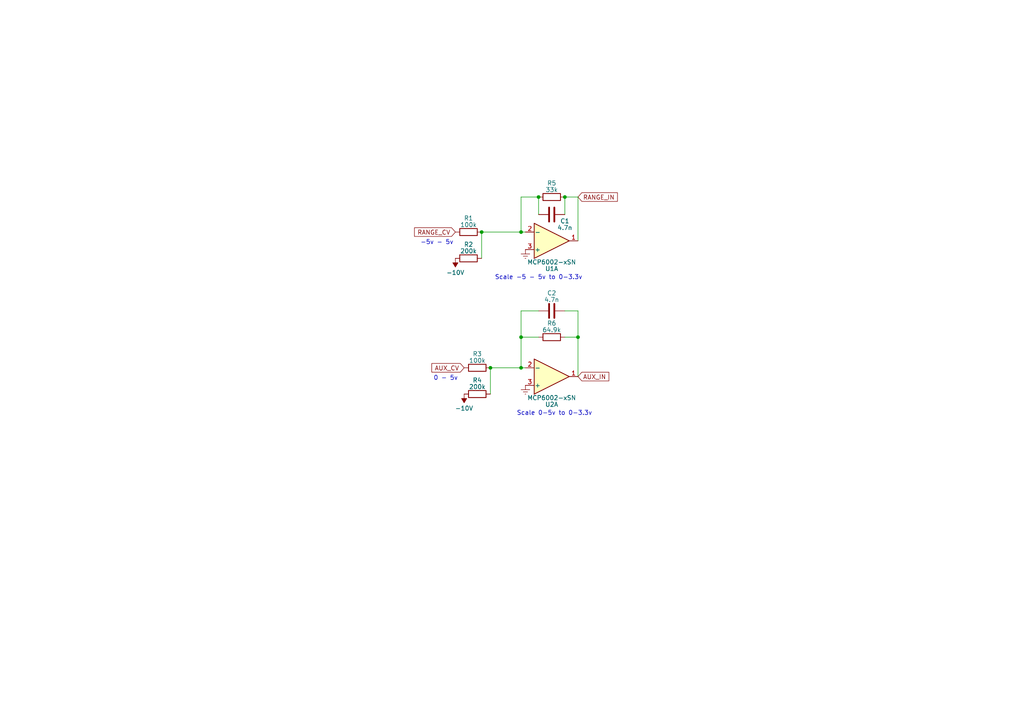
<source format=kicad_sch>
(kicad_sch (version 20230121) (generator eeschema)
  (paper "A4")
  (lib_symbols
    (symbol "Amplifier_Operational:MCP6002-xSN" (pin_names (offset 0.127))
      (property "Reference" "U" (at 0 5.08 0))
      (property "Value" "MCP6002-xSN" (at 0 -5.08 0))
      (symbol "MCP6002-xSN_1_1"
        (polyline (pts (xy -5.08 5.08) (xy 5.08 0) (xy -5.08 -5.08) (xy -5.08 5.08)) (stroke (width 0.254)) (fill (type background)))
        (pin output line (at 7.62 0 180) (length 2.54) (name "~") (number "1"))
        (pin input line (at -7.62 -2.54 0) (length 2.54) (name "-") (number "2"))
        (pin input line (at -7.62 2.54 0) (length 2.54) (name "+") (number "3"))
      )
      (symbol "MCP6002-xSN_2_1"
        (polyline (pts (xy -5.08 5.08) (xy 5.08 0) (xy -5.08 -5.08) (xy -5.08 5.08)) (stroke (width 0.254)) (fill (type background)))
        (pin input line (at -7.62 2.54 0) (length 2.54) (name "+") (number "5"))
        (pin input line (at -7.62 -2.54 0) (length 2.54) (name "-") (number "6"))
        (pin output line (at 7.62 0 180) (length 2.54) (name "~") (number "7"))
      )
      (symbol "MCP6002-xSN_3_1"
        (pin power_in line (at -2.54 -7.62 90) (length 3.81) (name "V-") (number "4"))
        (pin power_in line (at -2.54 7.62 270) (length 3.81) (name "V+") (number "8"))
      )
    )
    (symbol "Device:C" (pin_numbers hide) (pin_names (offset 0.254))
      (property "Reference" "C" (at 0.635 2.54 0))
      (property "Value" "C" (at 0.635 -2.54 0))
      (symbol "C_0_1"
        (polyline (pts (xy -2.032 -0.762) (xy 2.032 -0.762)) (stroke (width 0.508)))
        (polyline (pts (xy -2.032 0.762) (xy 2.032 0.762)) (stroke (width 0.508)))
      )
      (symbol "C_1_1"
        (pin passive line (at 0 3.81 270) (length 2.794) (name "~") (number "1"))
        (pin passive line (at 0 -3.81 90) (length 2.794) (name "~") (number "2"))
      )
    )
    (symbol "Device:R" (pin_numbers hide) (pin_names (offset 0))
      (property "Reference" "R" (at 2.032 0 90))
      (property "Value" "R" (at 0 0 90))
      (symbol "R_0_1"
        (rectangle (start -1.016 -2.54) (end 1.016 2.54) (stroke (width 0.254)))
      )
      (symbol "R_1_1"
        (pin passive line (at 0 3.81 270) (length 1.27) (name "~") (number "1"))
        (pin passive line (at 0 -3.81 90) (length 1.27) (name "~") (number "2"))
      )
    )
    (symbol "Earth_1" (power) (pin_names (offset 0))
      (symbol "Earth_1_0_1"
        (polyline (pts (xy -0.635 -1.905) (xy 0.635 -1.905)))
        (polyline (pts (xy -0.127 -2.54) (xy 0.127 -2.54)))
        (polyline (pts (xy 0 -1.27) (xy 0 0)))
        (polyline (pts (xy 1.27 -1.27) (xy -1.27 -1.27)))
      )
      (symbol "Earth_1_1_1"
        (pin power_in line (at 0 0 270) (length 0) hide (name "Earth") (number "1"))
      )
    )
    (symbol "Earth_2" (power) (pin_names (offset 0))
      (symbol "Earth_2_0_1"
        (polyline (pts (xy -0.635 -1.905) (xy 0.635 -1.905)))
        (polyline (pts (xy -0.127 -2.54) (xy 0.127 -2.54)))
        (polyline (pts (xy 0 -1.27) (xy 0 0)))
        (polyline (pts (xy 1.27 -1.27) (xy -1.27 -1.27)))
      )
      (symbol "Earth_2_1_1"
        (pin power_in line (at 0 0 270) (length 0) hide (name "Earth") (number "1"))
      )
    )
    (symbol "power:-10V" (power) (pin_names (offset 0))
      (property "Value" "-10V" (at 0 3.81 0))
      (symbol "-10V_0_0"
        (pin power_in line (at 0 0 90) (length 0) hide (name "-10V") (number "1"))
      )
      (symbol "-10V_0_1"
        (polyline (pts (xy 0 0) (xy 0 1.27) (xy 0.762 1.27) (xy 0 2.54) (xy -0.762 1.27) (xy 0 1.27)) (fill (type outline)))
      )
    )
  )
  (junction (at 151.13 97.79))
  (junction (at 151.13 106.68))
  (junction (at 142.24 106.68))
  (junction (at 163.83 57.15))
  (junction (at 167.64 97.79))
  (junction (at 156.21 57.15))
  (junction (at 151.13 67.31))
  (junction (at 139.7 67.31))
  (wire (pts (xy 156.21 57.15) (xy 151.13 57.15)))
  (wire (pts (xy 167.64 90.17) (xy 167.64 97.79)))
  (wire (pts (xy 163.83 97.79) (xy 167.64 97.79)))
  (wire (pts (xy 142.24 106.68) (xy 151.13 106.68)))
  (wire (pts (xy 142.24 106.68) (xy 142.24 114.3)))
  (wire (pts (xy 151.13 106.68) (xy 152.4 106.68)))
  (wire (pts (xy 151.13 90.17) (xy 151.13 97.79)))
  (wire (pts (xy 167.64 57.15) (xy 163.83 57.15)))
  (wire (pts (xy 167.64 97.79) (xy 167.64 109.22)))
  (wire (pts (xy 156.21 57.15) (xy 156.21 62.23)))
  (wire (pts (xy 156.21 97.79) (xy 151.13 97.79)))
  (wire (pts (xy 151.13 97.79) (xy 151.13 106.68)))
  (wire (pts (xy 151.13 57.15) (xy 151.13 67.31)))
  (wire (pts (xy 139.7 67.31) (xy 151.13 67.31)))
  (wire (pts (xy 156.21 90.17) (xy 151.13 90.17)))
  (wire (pts (xy 139.7 67.31) (xy 139.7 74.93)))
  (wire (pts (xy 163.83 57.15) (xy 163.83 62.23)))
  (wire (pts (xy 163.83 90.17) (xy 167.64 90.17)))
  (wire (pts (xy 151.13 67.31) (xy 152.4 67.31)))
  (wire (pts (xy 167.64 69.85) (xy 167.64 57.15)))
  (text "Scale -5 - 5v to 0-3.3v" (at 143.51 81.28 0) (effects (font (size 1.27 1.27)) (justify left bottom)))
  (text "-5v - 5v" (at 121.92 71.12 0) (effects (font (size 1.27 1.27)) (justify left bottom)))
  (text "0 - 5v" (at 125.73 110.49 0) (effects (font (size 1.27 1.27)) (justify left bottom)))
  (text "Scale 0-5v to 0-3.3v" (at 149.86 120.65 0) (effects (font (size 1.27 1.27)) (justify left bottom)))
  (global_label "AUX_CV" (shape input) (at 134.62 106.68 180) (property "Intersheetrefs" "${INTERSHEET_REFS}" (effects hide)))
  (global_label "RANGE_CV" (shape input) (at 132.08 67.31 180) (property "Intersheetrefs" "${INTERSHEET_REFS}" (effects hide)))
  (global_label "AUX_IN" (shape input) (at 167.64 109.22 0) (property "Intersheetrefs" "${INTERSHEET_REFS}" (effects hide)))
  (global_label "RANGE_IN" (shape input) (at 167.64 57.15 0) (property "Intersheetrefs" "${INTERSHEET_REFS}" (effects hide)))
  (symbol (lib_id "Device:R") (at 160.02 97.79 270) (unit 1)
    (property "Reference" "R6" (at 160.02 93.7641 90))
    (property "Value" "64.9k" (at 160.02 95.6851 90))
    (property "Footprint" "Resistor_SMD:R_0603_1608Metric" (effects hide))
  )
  (symbol (lib_id "Device:R") (at 138.43 114.3 270) (unit 1)
    (property "Reference" "R4" (at 138.43 110.2741 90))
    (property "Value" "200k" (at 138.43 112.1951 90))
    (property "Footprint" "Resistor_SMD:R_0603_1608Metric" (effects hide))
  )
  (symbol (lib_id "Device:R") (at 138.43 106.68 270) (unit 1)
    (property "Reference" "R3" (at 138.43 102.6541 90))
    (property "Value" "100k" (at 138.43 104.5751 90))
    (property "Footprint" "Resistor_SMD:R_0603_1608Metric" (effects hide))
  )
  (symbol (lib_id "Device:R") (at 135.89 74.93 270) (unit 1)
    (property "Reference" "R2" (at 135.89 70.9041 90))
    (property "Value" "200k" (at 135.89 72.8251 90))
    (property "Footprint" "Resistor_SMD:R_0603_1608Metric" (effects hide))
  )
  (symbol (lib_name "Earth_1") (lib_id "power:Earth") (at 152.4 111.76 0) (unit 1)
    (property "Reference" "#PWR04" (effects hide))
    (property "Value" "Earth" (effects hide))
  )
  (symbol (lib_id "Device:C") (at 160.02 62.23 90) (unit 1)
    (property "Reference" "C1" (at 163.83 64.119 90))
    (property "Value" "4.7n" (at 163.83 66.04 90))
    (property "Footprint" "Capacitor_SMD:C_0603_1608Metric" (effects hide))
  )
  (symbol (lib_id "Amplifier_Operational:MCP6002-xSN") (at 160.02 69.85 0) (mirror x) (unit 1)
    (property "Reference" "U1" (at 160.02 77.9399 0))
    (property "Value" "MCP6002-xSN" (at 160.02 76.0189 0))
    (property "Footprint" "Package_SO:SOIC-8_3.9x4.9mm_P1.27mm" (effects hide))
    (property "Datasheet" "http://ww1.microchip.com/downloads/en/DeviceDoc/21733j.pdf" (effects hide))
  )
  (symbol (lib_id "Device:C") (at 160.02 90.17 90) (unit 1)
    (property "Reference" "C2" (at 160.02 85.0011 90))
    (property "Value" "4.7n" (at 160.02 86.9221 90))
    (property "Footprint" "Capacitor_SMD:C_0603_1608Metric" (effects hide))
  )
  (symbol (lib_id "Device:R") (at 135.89 67.31 270) (unit 1)
    (property "Reference" "R1" (at 135.89 63.2841 90))
    (property "Value" "100k" (at 135.89 65.2051 90))
    (property "Footprint" "Resistor_SMD:R_0603_1608Metric" (effects hide))
  )
  (symbol (lib_id "Device:R") (at 160.02 57.15 270) (unit 1)
    (property "Reference" "R5" (at 160.02 53.1241 90))
    (property "Value" "33k" (at 160.02 55.0451 90))
    (property "Footprint" "Resistor_SMD:R_0603_1608Metric" (effects hide))
  )
  (symbol (lib_id "Amplifier_Operational:MCP6002-xSN") (at 160.02 109.22 0) (mirror x) (unit 1)
    (property "Reference" "U2" (at 160.02 117.3099 0))
    (property "Value" "MCP6002-xSN" (at 160.02 115.3889 0))
    (property "Footprint" "Package_SO:SOIC-8_3.9x4.9mm_P1.27mm" (effects hide))
    (property "Datasheet" "http://ww1.microchip.com/downloads/en/DeviceDoc/21733j.pdf" (effects hide))
  )
  (symbol (lib_id "power:-10V") (at 132.08 74.93 180) (unit 1)
    (property "Reference" "#PWR01" (effects hide))
    (property "Value" "-10V" (at 132.08 79.0655 0))
  )
  (symbol (lib_name "Earth_2") (lib_id "power:Earth") (at 152.4 72.39 0) (unit 1)
    (property "Reference" "#PWR03" (effects hide))
    (property "Value" "Earth" (effects hide))
  )
  (symbol (lib_id "power:-10V") (at 134.62 114.3 180) (unit 1)
    (property "Reference" "#PWR02" (effects hide))
    (property "Value" "-10V" (at 134.62 118.4355 0))
  )
)
</source>
